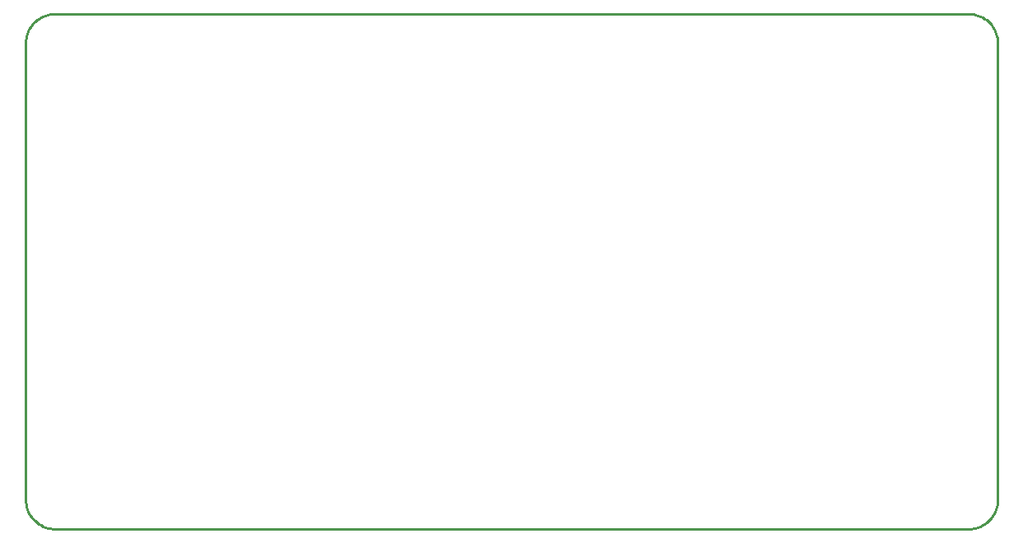
<source format=gko>
G04*
G04 #@! TF.GenerationSoftware,Altium Limited,Altium Designer,19.1.8 (144)*
G04*
G04 Layer_Color=16711935*
%FSLAX25Y25*%
%MOIN*%
G70*
G01*
G75*
%ADD10C,0.01000*%
D10*
X381890Y-104331D02*
X382865Y-104290D01*
X383834Y-104170D01*
X384789Y-103969D01*
X385725Y-103691D01*
X386634Y-103336D01*
X387511Y-102907D01*
X388350Y-102408D01*
X389144Y-101840D01*
X389889Y-101209D01*
X390579Y-100519D01*
X391210Y-99774D01*
X391778Y-98980D01*
X392277Y-98141D01*
X392706Y-97264D01*
X393061Y-96355D01*
X393339Y-95419D01*
X393540Y-94464D01*
X393660Y-93495D01*
X393701Y-92520D01*
Y92520D02*
X393660Y93495D01*
X393540Y94464D01*
X393339Y95419D01*
X393061Y96355D01*
X392706Y97264D01*
X392277Y98141D01*
X391778Y98980D01*
X391210Y99774D01*
X390579Y100519D01*
X389889Y101209D01*
X389144Y101840D01*
X388350Y102408D01*
X387511Y102907D01*
X386634Y103336D01*
X385725Y103691D01*
X384789Y103969D01*
X383834Y104170D01*
X382865Y104290D01*
X381890Y104331D01*
X11811D02*
X10836Y104290D01*
X9867Y104170D01*
X8912Y103969D01*
X7976Y103691D01*
X7067Y103336D01*
X6190Y102907D01*
X5351Y102408D01*
X4557Y101840D01*
X3812Y101209D01*
X3121Y100519D01*
X2490Y99774D01*
X1923Y98980D01*
X1424Y98141D01*
X995Y97264D01*
X640Y96355D01*
X361Y95419D01*
X161Y94464D01*
X40Y93495D01*
X0Y92520D01*
Y-92520D02*
X40Y-93495D01*
X161Y-94464D01*
X361Y-95419D01*
X640Y-96355D01*
X995Y-97264D01*
X1424Y-98141D01*
X1923Y-98980D01*
X2490Y-99774D01*
X3121Y-100519D01*
X3812Y-101209D01*
X4557Y-101840D01*
X5351Y-102408D01*
X6190Y-102907D01*
X7067Y-103336D01*
X7976Y-103691D01*
X8912Y-103969D01*
X9867Y-104170D01*
X10836Y-104290D01*
X11811Y-104331D01*
X393701Y-92520D02*
Y92520D01*
X0Y-92520D02*
Y92520D01*
X11811Y104331D02*
X381890D01*
X11811Y-104331D02*
X381890D01*
M02*

</source>
